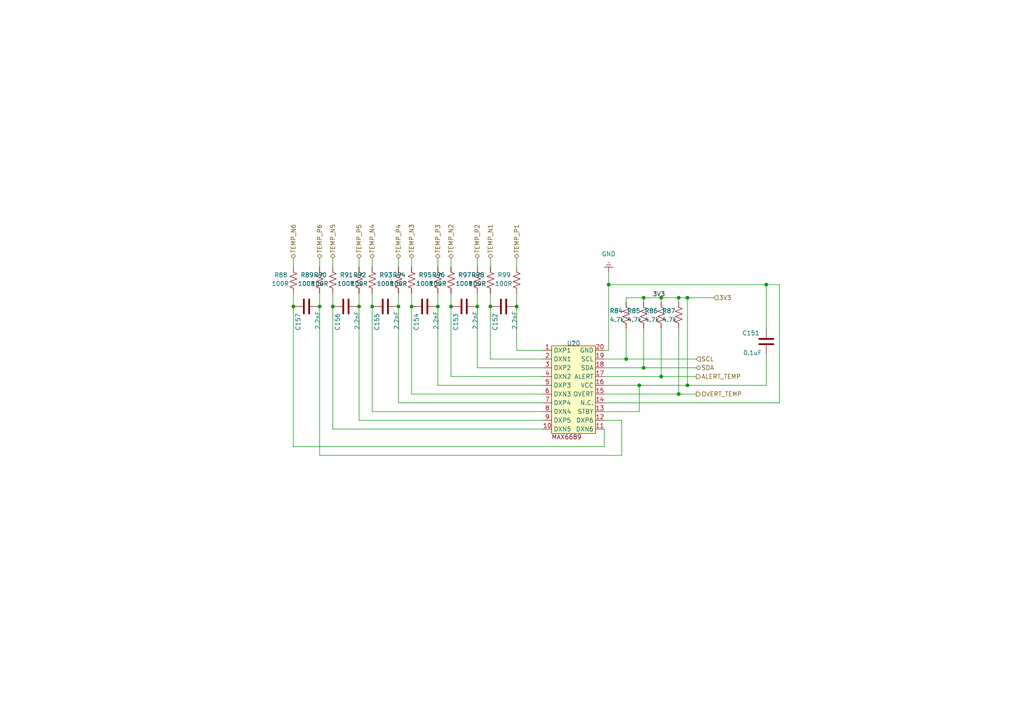
<source format=kicad_sch>
(kicad_sch (version 20231120) (generator "eeschema") (generator_version "8.0")
  (paper "A4")
  (lib_symbols
    (symbol "Device:C" (pin_numbers hide) (pin_names (offset 0.254))
      (property "Reference" "C" (at 0.635 2.54 0))
      (property "Value" "C" (at 0.635 -2.54 0))
      (symbol "C_0_1"
        (polyline (pts (xy -2.032 -0.762) (xy 2.032 -0.762)) (stroke (width 0.508)))
        (polyline (pts (xy -2.032 0.762) (xy 2.032 0.762)) (stroke (width 0.508)))
      )
      (symbol "C_1_1"
        (pin passive line (at 0 3.81 270) (length 2.794) (name "~") (number "1"))
        (pin passive line (at 0 -3.81 90) (length 2.794) (name "~") (number "2"))
      )
    )
    (symbol "Device:R_US" (pin_numbers hide) (pin_names (offset 0))
      (property "Reference" "R" (at 2.54 0 90))
      (property "Value" "R_US" (at -2.54 0 90))
      (symbol "R_US_0_1"
        (polyline (pts (xy 0 -2.286) (xy 0 -2.54)))
        (polyline (pts (xy 0 2.286) (xy 0 2.54)))
        (polyline (pts (xy 0 -0.762) (xy 1.016 -1.143) (xy 0 -1.524) (xy -1.016 -1.905) (xy 0 -2.286)))
        (polyline (pts (xy 0 0.762) (xy 1.016 0.381) (xy 0 0) (xy -1.016 -0.381) (xy 0 -0.762)))
        (polyline (pts (xy 0 2.286) (xy 1.016 1.905) (xy 0 1.524) (xy -1.016 1.143) (xy 0 0.762)))
      )
      (symbol "R_US_1_1"
        (pin passive line (at 0 3.81 270) (length 1.27) (name "~") (number "1"))
        (pin passive line (at 0 -3.81 90) (length 1.27) (name "~") (number "2"))
      )
    )
    (symbol "bitaxe:MAX6689"
      (property "Reference" "U" (at 0 13.97 0))
      (symbol "MAX6689_0_1"
        (rectangle (start -6.35 12.7) (end 6.35 -12.7) (fill (type background)))
      )
      (symbol "MAX6689_1_1"
        (text "MAX6689\n" (at -2.032 -13.716 0) (effects (font (size 1.27 1.27))))
        (pin bidirectional line (at -8.89 11.43 0) (length 2.54) (name "DXP1") (number "1"))
        (pin bidirectional line (at -8.89 -11.43 0) (length 2.54) (name "DXN5") (number "10"))
        (pin bidirectional line (at 8.89 -11.43 180) (length 2.54) (name "DXN6") (number "11"))
        (pin bidirectional line (at 8.89 -8.89 180) (length 2.54) (name "DXP6") (number "12"))
        (pin bidirectional line (at 8.89 -6.35 180) (length 2.54) (name "STBY") (number "13"))
        (pin bidirectional line (at 8.89 -3.81 180) (length 2.54) (name "N.C.") (number "14"))
        (pin bidirectional line (at 8.89 -1.27 180) (length 2.54) (name "OVERT") (number "15"))
        (pin bidirectional line (at 8.89 1.27 180) (length 2.54) (name "VCC") (number "16"))
        (pin bidirectional line (at 8.89 3.81 180) (length 2.54) (name "ALERT") (number "17"))
        (pin bidirectional line (at 8.89 6.35 180) (length 2.54) (name "SDA") (number "18"))
        (pin bidirectional line (at 8.89 8.89 180) (length 2.54) (name "SCL") (number "19"))
        (pin bidirectional line (at -8.89 8.89 0) (length 2.54) (name "DXN1") (number "2"))
        (pin bidirectional line (at 8.89 11.43 180) (length 2.54) (name "GND") (number "20"))
        (pin bidirectional line (at -8.89 6.35 0) (length 2.54) (name "DXP2") (number "3"))
        (pin bidirectional line (at -8.89 3.81 0) (length 2.54) (name "DXN2") (number "4"))
        (pin bidirectional line (at -8.89 1.27 0) (length 2.54) (name "DXP3") (number "5"))
        (pin bidirectional line (at -8.89 -1.27 0) (length 2.54) (name "DXN3") (number "6"))
        (pin bidirectional line (at -8.89 -3.81 0) (length 2.54) (name "DXP4") (number "7"))
        (pin bidirectional line (at -8.89 -6.35 0) (length 2.54) (name "DXN4") (number "8"))
        (pin bidirectional line (at -8.89 -8.89 0) (length 2.54) (name "DXP5") (number "9"))
      )
    )
    (symbol "power:GNDREF" (power) (pin_numbers hide) (pin_names (offset 0) hide)
      (property "Value" "GNDREF" (at 0 -3.81 0))
      (symbol "GNDREF_0_1"
        (polyline (pts (xy -0.635 -1.905) (xy 0.635 -1.905)))
        (polyline (pts (xy -0.127 -2.54) (xy 0.127 -2.54)))
        (polyline (pts (xy 0 -1.27) (xy 0 0)))
        (polyline (pts (xy 1.27 -1.27) (xy -1.27 -1.27)))
      )
      (symbol "GNDREF_1_1"
        (pin power_in line (at 0 0 270) (length 0) (name "~") (number "1"))
      )
    )
  )
  (junction (at 196.85 114.3))
  (junction (at 185.42 111.76))
  (junction (at 130.81 88.9))
  (junction (at 96.52 88.9))
  (junction (at 191.77 86.36))
  (junction (at 199.39 111.76))
  (junction (at 176.53 82.55))
  (junction (at 181.61 104.14))
  (junction (at 115.57 88.9))
  (junction (at 138.43 88.9))
  (junction (at 127 88.9))
  (junction (at 149.86 88.9))
  (junction (at 142.24 88.9))
  (junction (at 92.71 88.9))
  (junction (at 199.39 86.36))
  (junction (at 107.95 88.9))
  (junction (at 104.14 88.9))
  (junction (at 186.69 86.36))
  (junction (at 119.38 88.9))
  (junction (at 191.77 109.22))
  (junction (at 222.25 82.55))
  (junction (at 85.09 88.9))
  (junction (at 196.85 86.36))
  (junction (at 186.69 106.68))
  (wire (pts (xy 127 74.93) (xy 127 77.47)))
  (wire (pts (xy 175.26 111.76) (xy 185.42 111.76)))
  (wire (pts (xy 130.81 88.9) (xy 130.81 109.22)))
  (wire (pts (xy 175.26 116.84) (xy 226.06 116.84)))
  (wire (pts (xy 149.86 85.09) (xy 149.86 88.9)))
  (wire (pts (xy 107.95 85.09) (xy 107.95 88.9)))
  (wire (pts (xy 175.26 101.6) (xy 176.53 101.6)))
  (wire (pts (xy 127 88.9) (xy 127 111.76)))
  (wire (pts (xy 175.26 124.46) (xy 175.26 129.54)))
  (wire (pts (xy 157.48 111.76) (xy 127 111.76)))
  (wire (pts (xy 157.48 106.68) (xy 138.43 106.68)))
  (wire (pts (xy 157.48 121.92) (xy 104.14 121.92)))
  (wire (pts (xy 186.69 106.68) (xy 201.93 106.68)))
  (wire (pts (xy 119.38 74.93) (xy 119.38 77.47)))
  (wire (pts (xy 96.52 88.9) (xy 96.52 124.46)))
  (wire (pts (xy 127 85.09) (xy 127 88.9)))
  (wire (pts (xy 186.69 86.36) (xy 191.77 86.36)))
  (wire (pts (xy 130.81 85.09) (xy 130.81 88.9)))
  (wire (pts (xy 199.39 111.76) (xy 199.39 86.36)))
  (wire (pts (xy 149.86 74.93) (xy 149.86 77.47)))
  (wire (pts (xy 157.48 114.3) (xy 119.38 114.3)))
  (wire (pts (xy 157.48 104.14) (xy 142.24 104.14)))
  (wire (pts (xy 138.43 85.09) (xy 138.43 88.9)))
  (wire (pts (xy 176.53 82.55) (xy 222.25 82.55)))
  (wire (pts (xy 138.43 74.93) (xy 138.43 77.47)))
  (wire (pts (xy 138.43 88.9) (xy 138.43 106.68)))
  (wire (pts (xy 176.53 82.55) (xy 176.53 78.74)))
  (wire (pts (xy 180.34 132.08) (xy 92.71 132.08)))
  (wire (pts (xy 175.26 109.22) (xy 191.77 109.22)))
  (wire (pts (xy 149.86 88.9) (xy 149.86 101.6)))
  (wire (pts (xy 157.48 101.6) (xy 149.86 101.6)))
  (wire (pts (xy 175.26 119.38) (xy 185.42 119.38)))
  (wire (pts (xy 175.26 114.3) (xy 196.85 114.3)))
  (wire (pts (xy 181.61 86.36) (xy 186.69 86.36)))
  (wire (pts (xy 199.39 111.76) (xy 222.25 111.76)))
  (wire (pts (xy 199.39 86.36) (xy 207.01 86.36)))
  (wire (pts (xy 85.09 74.93) (xy 85.09 77.47)))
  (wire (pts (xy 142.24 85.09) (xy 142.24 88.9)))
  (wire (pts (xy 85.09 88.9) (xy 85.09 129.54)))
  (wire (pts (xy 96.52 74.93) (xy 96.52 77.47)))
  (wire (pts (xy 175.26 104.14) (xy 181.61 104.14)))
  (wire (pts (xy 186.69 86.36) (xy 186.69 87.63)))
  (wire (pts (xy 115.57 85.09) (xy 115.57 88.9)))
  (wire (pts (xy 92.71 74.93) (xy 92.71 77.47)))
  (wire (pts (xy 115.57 74.93) (xy 115.57 77.47)))
  (wire (pts (xy 119.38 88.9) (xy 119.38 114.3)))
  (wire (pts (xy 115.57 88.9) (xy 115.57 116.84)))
  (wire (pts (xy 186.69 95.25) (xy 186.69 106.68)))
  (wire (pts (xy 107.95 88.9) (xy 107.95 119.38)))
  (wire (pts (xy 191.77 109.22) (xy 201.93 109.22)))
  (wire (pts (xy 142.24 74.93) (xy 142.24 77.47)))
  (wire (pts (xy 196.85 86.36) (xy 199.39 86.36)))
  (wire (pts (xy 185.42 111.76) (xy 199.39 111.76)))
  (wire (pts (xy 191.77 86.36) (xy 196.85 86.36)))
  (wire (pts (xy 96.52 85.09) (xy 96.52 88.9)))
  (wire (pts (xy 196.85 86.36) (xy 196.85 87.63)))
  (wire (pts (xy 92.71 88.9) (xy 92.71 132.08)))
  (wire (pts (xy 104.14 74.93) (xy 104.14 77.47)))
  (wire (pts (xy 196.85 114.3) (xy 201.93 114.3)))
  (wire (pts (xy 104.14 85.09) (xy 104.14 88.9)))
  (wire (pts (xy 157.48 119.38) (xy 107.95 119.38)))
  (wire (pts (xy 180.34 121.92) (xy 180.34 132.08)))
  (wire (pts (xy 85.09 85.09) (xy 85.09 88.9)))
  (wire (pts (xy 142.24 88.9) (xy 142.24 104.14)))
  (wire (pts (xy 157.48 116.84) (xy 115.57 116.84)))
  (wire (pts (xy 222.25 111.76) (xy 222.25 102.87)))
  (wire (pts (xy 92.71 85.09) (xy 92.71 88.9)))
  (wire (pts (xy 107.95 74.93) (xy 107.95 77.47)))
  (wire (pts (xy 176.53 82.55) (xy 176.53 101.6)))
  (wire (pts (xy 175.26 106.68) (xy 186.69 106.68)))
  (wire (pts (xy 104.14 88.9) (xy 104.14 121.92)))
  (wire (pts (xy 181.61 87.63) (xy 181.61 86.36)))
  (wire (pts (xy 222.25 95.25) (xy 222.25 82.55)))
  (wire (pts (xy 130.81 74.93) (xy 130.81 77.47)))
  (wire (pts (xy 185.42 119.38) (xy 185.42 111.76)))
  (wire (pts (xy 157.48 124.46) (xy 96.52 124.46)))
  (wire (pts (xy 181.61 95.25) (xy 181.61 104.14)))
  (wire (pts (xy 196.85 95.25) (xy 196.85 114.3)))
  (wire (pts (xy 226.06 116.84) (xy 226.06 82.55)))
  (wire (pts (xy 226.06 82.55) (xy 222.25 82.55)))
  (wire (pts (xy 175.26 121.92) (xy 180.34 121.92)))
  (wire (pts (xy 175.26 129.54) (xy 85.09 129.54)))
  (wire (pts (xy 119.38 85.09) (xy 119.38 88.9)))
  (wire (pts (xy 157.48 109.22) (xy 130.81 109.22)))
  (wire (pts (xy 191.77 95.25) (xy 191.77 109.22)))
  (wire (pts (xy 181.61 104.14) (xy 201.93 104.14)))
  (wire (pts (xy 191.77 86.36) (xy 191.77 87.63)))
  (label "3V3" (at 189.23 86.36 0))
  (hierarchical_label "TEMP_P2" (shape bidirectional) (at 138.43 74.93 90))
  (hierarchical_label "ALERT_TEMP" (shape output) (at 201.93 109.22 0))
  (hierarchical_label "TEMP_P3" (shape bidirectional) (at 127 74.93 90))
  (hierarchical_label "OVERT_TEMP" (shape output) (at 201.93 114.3 0))
  (hierarchical_label "TEMP_N3" (shape bidirectional) (at 119.38 74.93 90))
  (hierarchical_label "TEMP_N6" (shape bidirectional) (at 85.09 74.93 90))
  (hierarchical_label "TEMP_N4" (shape bidirectional) (at 107.95 74.93 90))
  (hierarchical_label "TEMP_P4" (shape bidirectional) (at 115.57 74.93 90))
  (hierarchical_label "TEMP_N1" (shape bidirectional) (at 142.24 74.93 90))
  (hierarchical_label "TEMP_P5" (shape bidirectional) (at 104.14 74.93 90))
  (hierarchical_label "TEMP_N2" (shape bidirectional) (at 130.81 74.93 90))
  (hierarchical_label "SDA" (shape bidirectional) (at 201.93 106.68 0))
  (hierarchical_label "SCL" (shape input) (at 201.93 104.14 0))
  (hierarchical_label "3V3" (shape input) (at 207.01 86.36 0))
  (hierarchical_label "TEMP_P6" (shape bidirectional) (at 92.71 74.93 90))
  (hierarchical_label "TEMP_N5" (shape bidirectional) (at 96.52 74.93 90))
  (hierarchical_label "TEMP_P1" (shape bidirectional) (at 149.86 74.93 90))
  (symbol (lib_id "Device:C") (at 100.33 88.9 270) (unit 1)
    (property "Reference" "C156" (at 97.155 90.805 0) (effects (justify left bottom)))
    (property "Value" "2.2nF" (at 102.87 90.17 0) (effects (justify left bottom)))
    (property "Footprint" "Capacitor_SMD:C_0402_1005Metric" (effects (hide yes)))
    (property "DK" "311-1037-2-ND" (effects (hide yes)))
    (property "PARTNO" "CC0402KRX7R9BB222" (effects (hide yes)))
  )
  (symbol (lib_id "Device:R_US") (at 196.85 91.44 180) (unit 1)
    (property "Reference" "R87" (at 192.024 90.17 0) (effects (justify right)))
    (property "Value" "4.7k" (at 192.024 92.71 0) (effects (justify right)))
    (property "Footprint" "Resistor_SMD:R_0402_1005Metric" (effects (hide yes)))
    (property "DK" "YAG1446TR-ND" (effects (hide yes)))
    (property "PARTNO" "RT0402BRD074K7L" (effects (hide yes)))
  )
  (symbol (lib_id "Device:C") (at 111.76 88.9 270) (unit 1)
    (property "Reference" "C155" (at 108.585 90.805 0) (effects (justify left bottom)))
    (property "Value" "2.2nF" (at 114.3 90.17 0) (effects (justify left bottom)))
    (property "Footprint" "Capacitor_SMD:C_0402_1005Metric" (effects (hide yes)))
    (property "DK" "311-1037-2-ND" (effects (hide yes)))
    (property "PARTNO" "CC0402KRX7R9BB222" (effects (hide yes)))
  )
  (symbol (lib_id "Device:R_US") (at 107.95 81.28 0) (unit 1)
    (property "Reference" "R92" (at 102.362 79.756 0) (effects (justify left)))
    (property "Value" "100R" (at 101.6 82.296 0) (effects (justify left)))
    (property "Footprint" "Resistor_SMD:R_0201_0603Metric" (effects (hide yes)))
    (property "Datasheet" "RC0201JR-07100RL" (effects (hide yes)))
    (property "Description" "C106229" (effects (hide yes)))
  )
  (symbol (lib_id "Device:C") (at 134.62 88.9 270) (unit 1)
    (property "Reference" "C153" (at 131.445 90.805 0) (effects (justify left bottom)))
    (property "Value" "2.2nF" (at 137.16 90.17 0) (effects (justify left bottom)))
    (property "Footprint" "Capacitor_SMD:C_0402_1005Metric" (effects (hide yes)))
    (property "DK" "311-1037-2-ND" (effects (hide yes)))
    (property "PARTNO" "CC0402KRX7R9BB222" (effects (hide yes)))
  )
  (symbol (lib_id "Device:R_US") (at 181.61 91.44 180) (unit 1)
    (property "Reference" "R84" (at 176.784 90.17 0) (effects (justify right)))
    (property "Value" "4.7k" (at 176.784 92.71 0) (effects (justify right)))
    (property "Footprint" "Resistor_SMD:R_0402_1005Metric" (effects (hide yes)))
    (property "DK" "YAG1446TR-ND" (effects (hide yes)))
    (property "PARTNO" "RT0402BRD074K7L" (effects (hide yes)))
  )
  (symbol (lib_id "Device:C") (at 146.05 88.9 270) (unit 1)
    (property "Reference" "C152" (at 142.875 90.805 0) (effects (justify left bottom)))
    (property "Value" "2.2nF" (at 148.59 90.17 0) (effects (justify left bottom)))
    (property "Footprint" "Capacitor_SMD:C_0402_1005Metric" (effects (hide yes)))
    (property "DK" "311-1037-2-ND" (effects (hide yes)))
    (property "PARTNO" "CC0402KRX7R9BB222" (effects (hide yes)))
  )
  (symbol (lib_id "Device:R_US") (at 149.86 81.28 0) (unit 1)
    (property "Reference" "R99" (at 144.272 79.756 0) (effects (justify left)))
    (property "Value" "100R" (at 143.51 82.296 0) (effects (justify left)))
    (property "Footprint" "Resistor_SMD:R_0201_0603Metric" (effects (hide yes)))
    (property "Datasheet" "RC0201JR-07100RL" (effects (hide yes)))
    (property "Description" "C106229" (effects (hide yes)))
  )
  (symbol (lib_id "Device:R_US") (at 85.09 81.28 0) (unit 1)
    (property "Reference" "R88" (at 79.502 79.756 0) (effects (justify left)))
    (property "Value" "100R" (at 78.74 82.296 0) (effects (justify left)))
    (property "Footprint" "Resistor_SMD:R_0201_0603Metric" (effects (hide yes)))
    (property "Datasheet" "RC0201JR-07100RL" (effects (hide yes)))
    (property "Description" "C106229" (effects (hide yes)))
  )
  (symbol (lib_id "Device:R_US") (at 115.57 81.28 0) (unit 1)
    (property "Reference" "R93" (at 109.982 79.756 0) (effects (justify left)))
    (property "Value" "100R" (at 109.22 82.296 0) (effects (justify left)))
    (property "Footprint" "Resistor_SMD:R_0201_0603Metric" (effects (hide yes)))
    (property "Datasheet" "RC0201JR-07100RL" (effects (hide yes)))
    (property "Description" "C106229" (effects (hide yes)))
  )
  (symbol (lib_id "Device:R_US") (at 104.14 81.28 0) (unit 1)
    (property "Reference" "R91" (at 98.552 79.756 0) (effects (justify left)))
    (property "Value" "100R" (at 97.79 82.296 0) (effects (justify left)))
    (property "Footprint" "Resistor_SMD:R_0201_0603Metric" (effects (hide yes)))
    (property "Datasheet" "RC0201JR-07100RL" (effects (hide yes)))
    (property "Description" "C106229" (effects (hide yes)))
  )
  (symbol (lib_id "Device:R_US") (at 130.81 81.28 0) (unit 1)
    (property "Reference" "R96" (at 125.222 79.756 0) (effects (justify left)))
    (property "Value" "100R" (at 124.46 82.296 0) (effects (justify left)))
    (property "Footprint" "Resistor_SMD:R_0201_0603Metric" (effects (hide yes)))
    (property "Datasheet" "RC0201JR-07100RL" (effects (hide yes)))
    (property "Description" "C106229" (effects (hide yes)))
  )
  (symbol (lib_id "Device:C") (at 123.19 88.9 270) (unit 1)
    (property "Reference" "C154" (at 120.015 90.805 0) (effects (justify left bottom)))
    (property "Value" "2.2nF" (at 125.73 90.17 0) (effects (justify left bottom)))
    (property "Footprint" "Capacitor_SMD:C_0402_1005Metric" (effects (hide yes)))
    (property "DK" "311-1037-2-ND" (effects (hide yes)))
    (property "PARTNO" "CC0402KRX7R9BB222" (effects (hide yes)))
  )
  (symbol (lib_id "Device:R_US") (at 119.38 81.28 0) (unit 1)
    (property "Reference" "R94" (at 113.792 79.756 0) (effects (justify left)))
    (property "Value" "100R" (at 113.03 82.296 0) (effects (justify left)))
    (property "Footprint" "Resistor_SMD:R_0201_0603Metric" (effects (hide yes)))
    (property "Datasheet" "RC0201JR-07100RL" (effects (hide yes)))
    (property "Description" "C106229" (effects (hide yes)))
  )
  (symbol (lib_id "Device:R_US") (at 138.43 81.28 0) (unit 1)
    (property "Reference" "R97" (at 132.842 79.756 0) (effects (justify left)))
    (property "Value" "100R" (at 132.08 82.296 0) (effects (justify left)))
    (property "Footprint" "Resistor_SMD:R_0201_0603Metric" (effects (hide yes)))
    (property "Datasheet" "RC0201JR-07100RL" (effects (hide yes)))
    (property "Description" "C106229" (effects (hide yes)))
  )
  (symbol (lib_id "Device:R_US") (at 92.71 81.28 0) (unit 1)
    (property "Reference" "R89" (at 87.122 79.756 0) (effects (justify left)))
    (property "Value" "100R" (at 86.36 82.296 0) (effects (justify left)))
    (property "Footprint" "Resistor_SMD:R_0201_0603Metric" (effects (hide yes)))
    (property "Datasheet" "RC0201JR-07100RL" (effects (hide yes)))
    (property "Description" "C106229" (effects (hide yes)))
  )
  (symbol (lib_id "bitaxe:MAX6689") (at 166.37 113.03 0) (unit 1)
    (property "Reference" "U20" (at 166.37 99.568 0))
    (property "Value" "~" (at 166.3265 99.06 0))
    (property "Footprint" "bitaxe:MAX6689UP9A+" (effects (hide yes)))
    (property "Datasheet" "https://www.analog.com/media/en/technical-documentation/data-sheets/MAX6689.pdf" (effects (hide yes)))
  )
  (symbol (lib_id "Device:C") (at 222.25 99.06 180) (unit 1)
    (property "Reference" "C151" (at 220.345 95.885 0) (effects (justify left bottom)))
    (property "Value" "0.1uF" (at 220.98 101.6 0) (effects (justify left bottom)))
    (property "Footprint" "Capacitor_SMD:C_0402_1005Metric" (effects (hide yes)))
    (property "DK" "478-KGM05AR71C104KHCT-ND" (effects (hide yes)))
    (property "PARTNO" "KGM05AR71C104KH" (effects (hide yes)))
  )
  (symbol (lib_id "Device:C") (at 88.9 88.9 270) (unit 1)
    (property "Reference" "C157" (at 85.725 90.805 0) (effects (justify left bottom)))
    (property "Value" "2.2nF" (at 91.44 90.17 0) (effects (justify left bottom)))
    (property "Footprint" "Capacitor_SMD:C_0402_1005Metric" (effects (hide yes)))
    (property "DK" "311-1037-2-ND" (effects (hide yes)))
    (property "PARTNO" "CC0402KRX7R9BB222" (effects (hide yes)))
  )
  (symbol (lib_id "Device:R_US") (at 191.77 91.44 180) (unit 1)
    (property "Reference" "R86" (at 186.944 90.17 0) (effects (justify right)))
    (property "Value" "4.7k" (at 186.944 92.71 0) (effects (justify right)))
    (property "Footprint" "Resistor_SMD:R_0402_1005Metric" (effects (hide yes)))
    (property "DK" "YAG1446TR-ND" (effects (hide yes)))
    (property "PARTNO" "RT0402BRD074K7L" (effects (hide yes)))
  )
  (symbol (lib_id "Device:R_US") (at 96.52 81.28 0) (unit 1)
    (property "Reference" "R90" (at 90.932 79.756 0) (effects (justify left)))
    (property "Value" "100R" (at 90.17 82.296 0) (effects (justify left)))
    (property "Footprint" "Resistor_SMD:R_0201_0603Metric" (effects (hide yes)))
    (property "Datasheet" "RC0201JR-07100RL" (effects (hide yes)))
    (property "Description" "C106229" (effects (hide yes)))
  )
  (symbol (lib_id "Device:R_US") (at 127 81.28 0) (unit 1)
    (property "Reference" "R95" (at 121.412 79.756 0) (effects (justify left)))
    (property "Value" "100R" (at 120.65 82.296 0) (effects (justify left)))
    (property "Footprint" "Resistor_SMD:R_0201_0603Metric" (effects (hide yes)))
    (property "Datasheet" "RC0201JR-07100RL" (effects (hide yes)))
    (property "Description" "C106229" (effects (hide yes)))
  )
  (symbol (lib_id "power:GNDREF") (at 176.53 78.74 180) (unit 1)
    (property "Reference" "#PWR01" (effects (hide yes)))
    (property "Value" "GND" (at 176.53 73.66 0))
    (property "Description" "Power symbol creates a global label with name \"GNDREF\" , reference supply ground" (effects (hide yes)))
  )
  (symbol (lib_id "Device:R_US") (at 142.24 81.28 0) (unit 1)
    (property "Reference" "R98" (at 136.652 79.756 0) (effects (justify left)))
    (property "Value" "100R" (at 135.89 82.296 0) (effects (justify left)))
    (property "Footprint" "Resistor_SMD:R_0201_0603Metric" (effects (hide yes)))
    (property "Datasheet" "RC0201JR-07100RL" (effects (hide yes)))
    (property "Description" "C106229" (effects (hide yes)))
  )
  (symbol (lib_id "Device:R_US") (at 186.69 91.44 180) (unit 1)
    (property "Reference" "R85" (at 181.864 90.17 0) (effects (justify right)))
    (property "Value" "4.7k" (at 181.864 92.71 0) (effects (justify right)))
    (property "Footprint" "Resistor_SMD:R_0402_1005Metric" (effects (hide yes)))
    (property "DK" "YAG1446TR-ND" (effects (hide yes)))
    (property "PARTNO" "RT0402BRD074K7L" (effects (hide yes)))
  )
)
</source>
